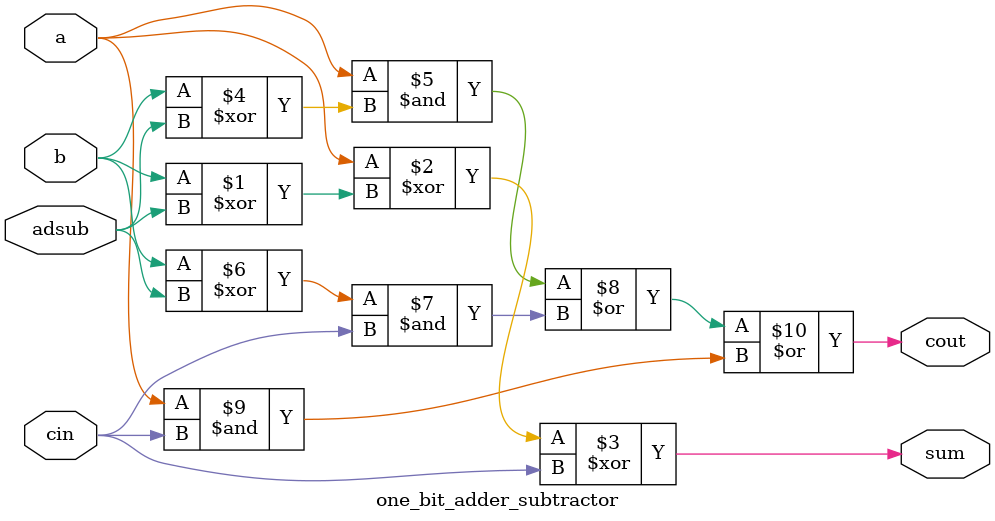
<source format=v>
`timescale 1ns / 1ps
module one_bit_adder_subtractor(a,b,cin,adsub,sum,cout
    );
	 
	 input a,b,cin,adsub;
	 
	 output sum,cout;
	 wire sum,cout;
	 
	 assign sum = a^(b^adsub)^cin;
	 assign cout = (a&(b^adsub))|((b^adsub)&cin)| (a&cin);

endmodule


</source>
